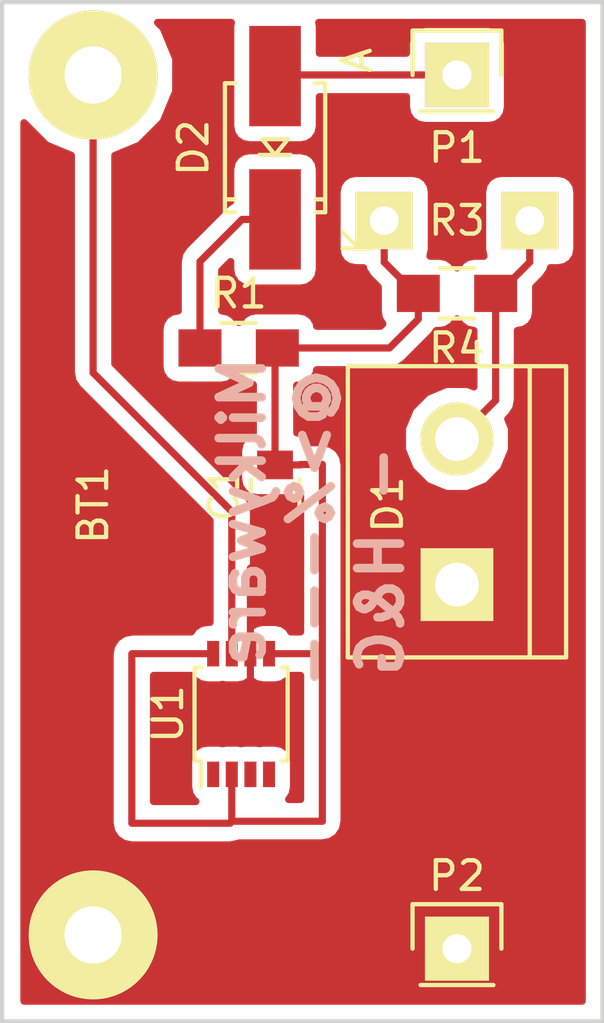
<source format=kicad_pcb>
(kicad_pcb (version 4) (host pcbnew 4.0.2-stable)

  (general
    (links 19)
    (no_connects 0)
    (area 154.229999 83.744999 175.335001 119.455001)
    (thickness 1.6)
    (drawings 7)
    (tracks 49)
    (zones 0)
    (modules 10)
    (nets 10)
  )

  (page A4)
  (layers
    (0 F.Cu signal)
    (31 B.Cu signal)
    (32 B.Adhes user)
    (33 F.Adhes user)
    (34 B.Paste user)
    (35 F.Paste user)
    (36 B.SilkS user)
    (37 F.SilkS user)
    (38 B.Mask user)
    (39 F.Mask user)
    (40 Dwgs.User user)
    (41 Cmts.User user)
    (42 Eco1.User user)
    (43 Eco2.User user)
    (44 Edge.Cuts user)
    (45 Margin user)
    (46 B.CrtYd user)
    (47 F.CrtYd user)
    (48 B.Fab user)
    (49 F.Fab user hide)
  )

  (setup
    (last_trace_width 0.25)
    (trace_clearance 0.2)
    (zone_clearance 0.508)
    (zone_45_only no)
    (trace_min 0.2)
    (segment_width 0.2)
    (edge_width 0.15)
    (via_size 0.6)
    (via_drill 0.4)
    (via_min_size 0.4)
    (via_min_drill 0.3)
    (uvia_size 0.3)
    (uvia_drill 0.1)
    (uvias_allowed no)
    (uvia_min_size 0.2)
    (uvia_min_drill 0.1)
    (pcb_text_width 0.3)
    (pcb_text_size 1.5 1.5)
    (mod_edge_width 0.15)
    (mod_text_size 1 1)
    (mod_text_width 0.15)
    (pad_size 1.524 1.524)
    (pad_drill 0.762)
    (pad_to_mask_clearance 0.2)
    (aux_axis_origin 0 0)
    (visible_elements FFFFFF7F)
    (pcbplotparams
      (layerselection 0x00030_80000001)
      (usegerberextensions false)
      (excludeedgelayer true)
      (linewidth 0.100000)
      (plotframeref false)
      (viasonmask false)
      (mode 1)
      (useauxorigin false)
      (hpglpennumber 1)
      (hpglpenspeed 20)
      (hpglpendiameter 15)
      (hpglpenoverlay 2)
      (psnegative false)
      (psa4output false)
      (plotreference true)
      (plotvalue true)
      (plotinvisibletext false)
      (padsonsilk false)
      (subtractmaskfromsilk false)
      (outputformat 1)
      (mirror false)
      (drillshape 1)
      (scaleselection 1)
      (outputdirectory ""))
  )

  (net 0 "")
  (net 1 "Net-(BT1-Pad1)")
  (net 2 GNDD)
  (net 3 /VCC_LINE)
  (net 4 "Net-(D1-Pad2)")
  (net 5 "Net-(D2-Pad1)")
  (net 6 +12V)
  (net 7 "Net-(U1-Pad1)")
  (net 8 "Net-(U1-Pad3)")
  (net 9 "Net-(U1-Pad4)")

  (net_class Default "This is the default net class."
    (clearance 0.2)
    (trace_width 0.25)
    (via_dia 0.6)
    (via_drill 0.4)
    (uvia_dia 0.3)
    (uvia_drill 0.1)
    (add_net +12V)
    (add_net /VCC_LINE)
    (add_net GNDD)
    (add_net "Net-(BT1-Pad1)")
    (add_net "Net-(D1-Pad2)")
    (add_net "Net-(D2-Pad1)")
    (add_net "Net-(U1-Pad1)")
    (add_net "Net-(U1-Pad3)")
    (add_net "Net-(U1-Pad4)")
  )

  (module Housings_SSOP:MSOP-8-1EP_3x3mm_Pitch0.65mm (layer F.Cu) (tedit 54130A77) (tstamp 576DA7C9)
    (at 162.645 108.655 90)
    (descr "MS8E Package; 8-Lead Plastic MSOP, Exposed Die Pad (see Linear Technology 05081662_K_MS8E.pdf)")
    (tags "SSOP 0.65")
    (path /573FCA5F)
    (attr smd)
    (fp_text reference U1 (at 0 -2.55 90) (layer F.SilkS)
      (effects (font (size 1 1) (thickness 0.15)))
    )
    (fp_text value LTC4071 (at 0 2.55 90) (layer F.Fab)
      (effects (font (size 1 1) (thickness 0.15)))
    )
    (fp_line (start -2.8 -1.8) (end -2.8 1.8) (layer F.CrtYd) (width 0.05))
    (fp_line (start 2.8 -1.8) (end 2.8 1.8) (layer F.CrtYd) (width 0.05))
    (fp_line (start -2.8 -1.8) (end 2.8 -1.8) (layer F.CrtYd) (width 0.05))
    (fp_line (start -2.8 1.8) (end 2.8 1.8) (layer F.CrtYd) (width 0.05))
    (fp_line (start -1.625 -1.625) (end -1.625 -1.41) (layer F.SilkS) (width 0.15))
    (fp_line (start 1.625 -1.625) (end 1.625 -1.41) (layer F.SilkS) (width 0.15))
    (fp_line (start 1.625 1.625) (end 1.625 1.41) (layer F.SilkS) (width 0.15))
    (fp_line (start -1.625 1.625) (end -1.625 1.41) (layer F.SilkS) (width 0.15))
    (fp_line (start -1.625 -1.625) (end 1.625 -1.625) (layer F.SilkS) (width 0.15))
    (fp_line (start -1.625 1.625) (end 1.625 1.625) (layer F.SilkS) (width 0.15))
    (fp_line (start -1.625 -1.41) (end -2.55 -1.41) (layer F.SilkS) (width 0.15))
    (pad 1 smd rect (at -2.105 -0.975 90) (size 0.89 0.42) (layers F.Cu F.Paste F.Mask)
      (net 7 "Net-(U1-Pad1)"))
    (pad 2 smd rect (at -2.105 -0.325 90) (size 0.89 0.42) (layers F.Cu F.Paste F.Mask)
      (net 3 /VCC_LINE))
    (pad 3 smd rect (at -2.105 0.325 90) (size 0.89 0.42) (layers F.Cu F.Paste F.Mask)
      (net 8 "Net-(U1-Pad3)"))
    (pad 4 smd rect (at -2.105 0.975 90) (size 0.89 0.42) (layers F.Cu F.Paste F.Mask)
      (net 9 "Net-(U1-Pad4)"))
    (pad 5 smd rect (at 2.105 0.975 90) (size 0.89 0.42) (layers F.Cu F.Paste F.Mask)
      (net 3 /VCC_LINE))
    (pad 6 smd rect (at 2.105 0.325 90) (size 0.89 0.42) (layers F.Cu F.Paste F.Mask)
      (net 2 GNDD))
    (pad 7 smd rect (at 2.105 -0.325 90) (size 0.89 0.42) (layers F.Cu F.Paste F.Mask)
      (net 1 "Net-(BT1-Pad1)"))
    (pad 8 smd rect (at 2.105 -0.975 90) (size 0.89 0.42) (layers F.Cu F.Paste F.Mask)
      (net 3 /VCC_LINE))
    (pad 9 smd rect (at 0.42 0.47 90) (size 0.84 0.94) (layers F.Cu F.Paste F.Mask)
      (net 2 GNDD) (solder_paste_margin_ratio -0.2))
    (pad 9 smd rect (at 0.42 -0.47 90) (size 0.84 0.94) (layers F.Cu F.Paste F.Mask)
      (net 2 GNDD) (solder_paste_margin_ratio -0.2))
    (pad 9 smd rect (at -0.42 0.47 90) (size 0.84 0.94) (layers F.Cu F.Paste F.Mask)
      (net 2 GNDD) (solder_paste_margin_ratio -0.2))
    (pad 9 smd rect (at -0.42 -0.47 90) (size 0.84 0.94) (layers F.Cu F.Paste F.Mask)
      (net 2 GNDD) (solder_paste_margin_ratio -0.2))
    (model Housings_SSOP.3dshapes/MSOP-8-1EP_3x3mm_Pitch0.65mm.wrl
      (at (xyz 0 0 0))
      (scale (xyz 1 1 1))
      (rotate (xyz 0 0 0))
    )
  )

  (module Capacitors_SMD:C_0805 (layer F.Cu) (tedit 5415D6EA) (tstamp 576DA797)
    (at 163.83 100.965 90)
    (descr "Capacitor SMD 0805, reflow soldering, AVX (see smccp.pdf)")
    (tags "capacitor 0805")
    (path /573FD55C)
    (attr smd)
    (fp_text reference C1 (at 0 -1.778 90) (layer F.SilkS)
      (effects (font (size 1 1) (thickness 0.15)))
    )
    (fp_text value C (at 0 2.1 90) (layer F.Fab)
      (effects (font (size 1 1) (thickness 0.15)))
    )
    (fp_line (start -1.8 -1) (end 1.8 -1) (layer F.CrtYd) (width 0.05))
    (fp_line (start -1.8 1) (end 1.8 1) (layer F.CrtYd) (width 0.05))
    (fp_line (start -1.8 -1) (end -1.8 1) (layer F.CrtYd) (width 0.05))
    (fp_line (start 1.8 -1) (end 1.8 1) (layer F.CrtYd) (width 0.05))
    (fp_line (start 0.5 -0.85) (end -0.5 -0.85) (layer F.SilkS) (width 0.15))
    (fp_line (start -0.5 0.85) (end 0.5 0.85) (layer F.SilkS) (width 0.15))
    (pad 1 smd rect (at -1 0 90) (size 1 1.25) (layers F.Cu F.Paste F.Mask)
      (net 2 GNDD))
    (pad 2 smd rect (at 1 0 90) (size 1 1.25) (layers F.Cu F.Paste F.Mask)
      (net 3 /VCC_LINE))
    (model Capacitors_SMD.3dshapes/C_0805.wrl
      (at (xyz 0 0 0))
      (scale (xyz 1 1 1))
      (rotate (xyz 0 0 0))
    )
  )

  (module Wire_Pads_:SolderWirePad_2x_2mmDrill_30mmWide (layer F.Cu) (tedit 574F4CDA) (tstamp 576DA791)
    (at 157.48 101.36 270)
    (path /574DC19B)
    (fp_text reference BT1 (at 0 0 270) (layer F.SilkS)
      (effects (font (size 1 1) (thickness 0.15)))
    )
    (fp_text value Battery (at 0 2.54 270) (layer F.Fab)
      (effects (font (size 1 1) (thickness 0.15)))
    )
    (pad 1 thru_hole circle (at -15 0 270) (size 4.50088 4.50088) (drill 1.99898) (layers *.Cu *.Mask F.SilkS)
      (net 1 "Net-(BT1-Pad1)"))
    (pad 2 thru_hole circle (at 15 0 270) (size 4.50088 4.50088) (drill 1.99898) (layers *.Cu *.Mask F.SilkS)
      (net 2 GNDD))
  )

  (module Connect:bornier2 (layer F.Cu) (tedit 0) (tstamp 576DA79D)
    (at 170.18 101.6 90)
    (descr "Bornier d'alimentation 2 pins")
    (tags DEV)
    (path /574DC322)
    (fp_text reference D1 (at 0.254 -2.413 90) (layer F.SilkS)
      (effects (font (size 1 1) (thickness 0.15)))
    )
    (fp_text value LED (at 0 5.08 90) (layer F.Fab)
      (effects (font (size 1 1) (thickness 0.15)))
    )
    (fp_line (start 5.08 2.54) (end -5.08 2.54) (layer F.SilkS) (width 0.15))
    (fp_line (start 5.08 3.81) (end 5.08 -3.81) (layer F.SilkS) (width 0.15))
    (fp_line (start 5.08 -3.81) (end -5.08 -3.81) (layer F.SilkS) (width 0.15))
    (fp_line (start -5.08 -3.81) (end -5.08 3.81) (layer F.SilkS) (width 0.15))
    (fp_line (start -5.08 3.81) (end 5.08 3.81) (layer F.SilkS) (width 0.15))
    (pad 1 thru_hole rect (at -2.54 0 90) (size 2.54 2.54) (drill 1.524) (layers *.Cu *.Mask F.SilkS)
      (net 2 GNDD))
    (pad 2 thru_hole circle (at 2.54 0 90) (size 2.54 2.54) (drill 1.524) (layers *.Cu *.Mask F.SilkS)
      (net 4 "Net-(D1-Pad2)"))
    (model Connect.3dshapes/bornier2.wrl
      (at (xyz 0 0 0))
      (scale (xyz 1 1 1))
      (rotate (xyz 0 0 0))
    )
  )

  (module Diodes_SMD:SMA_Handsoldering (layer F.Cu) (tedit 552FF1AB) (tstamp 576DA7A3)
    (at 163.83 88.9 90)
    (descr "Diode SMA Handsoldering")
    (tags "Diode SMA Handsoldering")
    (path /5755AC23)
    (attr smd)
    (fp_text reference D2 (at 0 -2.85 90) (layer F.SilkS)
      (effects (font (size 1 1) (thickness 0.15)))
    )
    (fp_text value D (at 0.05 4.4 90) (layer F.Fab)
      (effects (font (size 1 1) (thickness 0.15)))
    )
    (fp_line (start -4.5 -2) (end 4.5 -2) (layer F.CrtYd) (width 0.05))
    (fp_line (start 4.5 -2) (end 4.5 2) (layer F.CrtYd) (width 0.05))
    (fp_line (start 4.5 2) (end -4.5 2) (layer F.CrtYd) (width 0.05))
    (fp_line (start -4.5 2) (end -4.5 -2) (layer F.CrtYd) (width 0.05))
    (fp_line (start -0.25 0) (end 0.3 -0.45) (layer F.SilkS) (width 0.15))
    (fp_line (start 0.3 -0.45) (end 0.3 0.45) (layer F.SilkS) (width 0.15))
    (fp_line (start 0.3 0.45) (end -0.25 0) (layer F.SilkS) (width 0.15))
    (fp_line (start -0.25 -0.55) (end -0.25 0.55) (layer F.SilkS) (width 0.15))
    (fp_text user K (at -3.25 2.9 90) (layer F.SilkS)
      (effects (font (size 1 1) (thickness 0.15)))
    )
    (fp_text user A (at 3.05 2.85 90) (layer F.SilkS)
      (effects (font (size 1 1) (thickness 0.15)))
    )
    (fp_line (start -1.79914 1.75006) (end -1.79914 1.39954) (layer F.SilkS) (width 0.15))
    (fp_line (start -1.79914 -1.75006) (end -1.79914 -1.39954) (layer F.SilkS) (width 0.15))
    (fp_line (start 2.25044 1.75006) (end 2.25044 1.39954) (layer F.SilkS) (width 0.15))
    (fp_line (start -2.25044 1.75006) (end -2.25044 1.39954) (layer F.SilkS) (width 0.15))
    (fp_line (start -2.25044 -1.75006) (end -2.25044 -1.39954) (layer F.SilkS) (width 0.15))
    (fp_line (start 2.25044 -1.75006) (end 2.25044 -1.39954) (layer F.SilkS) (width 0.15))
    (fp_line (start -2.25044 1.75006) (end 2.25044 1.75006) (layer F.SilkS) (width 0.15))
    (fp_line (start -2.25044 -1.75006) (end 2.25044 -1.75006) (layer F.SilkS) (width 0.15))
    (pad 1 smd rect (at -2.49936 0 90) (size 3.50012 1.80086) (layers F.Cu F.Paste F.Mask)
      (net 5 "Net-(D2-Pad1)"))
    (pad 2 smd rect (at 2.49936 0 90) (size 3.50012 1.80086) (layers F.Cu F.Paste F.Mask)
      (net 6 +12V))
    (model Diodes_SMD.3dshapes/SMA_Handsoldering.wrl
      (at (xyz 0 0 0))
      (scale (xyz 0.3937 0.3937 0.3937))
      (rotate (xyz 0 0 180))
    )
  )

  (module Pin_Headers:Pin_Header_Straight_1x01 (layer F.Cu) (tedit 54EA08DC) (tstamp 576DA7A8)
    (at 170.18 86.36)
    (descr "Through hole pin header")
    (tags "pin header")
    (path /5755DD48)
    (fp_text reference P1 (at 0 2.54) (layer F.SilkS)
      (effects (font (size 1 1) (thickness 0.15)))
    )
    (fp_text value CONN_01X01 (at 0 -3.1) (layer F.Fab)
      (effects (font (size 1 1) (thickness 0.15)))
    )
    (fp_line (start 1.55 -1.55) (end 1.55 0) (layer F.SilkS) (width 0.15))
    (fp_line (start -1.75 -1.75) (end -1.75 1.75) (layer F.CrtYd) (width 0.05))
    (fp_line (start 1.75 -1.75) (end 1.75 1.75) (layer F.CrtYd) (width 0.05))
    (fp_line (start -1.75 -1.75) (end 1.75 -1.75) (layer F.CrtYd) (width 0.05))
    (fp_line (start -1.75 1.75) (end 1.75 1.75) (layer F.CrtYd) (width 0.05))
    (fp_line (start -1.55 0) (end -1.55 -1.55) (layer F.SilkS) (width 0.15))
    (fp_line (start -1.55 -1.55) (end 1.55 -1.55) (layer F.SilkS) (width 0.15))
    (fp_line (start -1.27 1.27) (end 1.27 1.27) (layer F.SilkS) (width 0.15))
    (pad 1 thru_hole rect (at 0 0) (size 2.2352 2.2352) (drill 1.016) (layers *.Cu *.Mask F.SilkS)
      (net 6 +12V))
    (model Pin_Headers.3dshapes/Pin_Header_Straight_1x01.wrl
      (at (xyz 0 0 0))
      (scale (xyz 1 1 1))
      (rotate (xyz 0 0 90))
    )
  )

  (module Pin_Headers:Pin_Header_Straight_1x01 (layer F.Cu) (tedit 54EA08DC) (tstamp 576DA7AD)
    (at 170.18 116.84)
    (descr "Through hole pin header")
    (tags "pin header")
    (path /5755DDB8)
    (fp_text reference P2 (at 0 -2.54) (layer F.SilkS)
      (effects (font (size 1 1) (thickness 0.15)))
    )
    (fp_text value CONN_01X01 (at 0 -3.1) (layer F.Fab)
      (effects (font (size 1 1) (thickness 0.15)))
    )
    (fp_line (start 1.55 -1.55) (end 1.55 0) (layer F.SilkS) (width 0.15))
    (fp_line (start -1.75 -1.75) (end -1.75 1.75) (layer F.CrtYd) (width 0.05))
    (fp_line (start 1.75 -1.75) (end 1.75 1.75) (layer F.CrtYd) (width 0.05))
    (fp_line (start -1.75 -1.75) (end 1.75 -1.75) (layer F.CrtYd) (width 0.05))
    (fp_line (start -1.75 1.75) (end 1.75 1.75) (layer F.CrtYd) (width 0.05))
    (fp_line (start -1.55 0) (end -1.55 -1.55) (layer F.SilkS) (width 0.15))
    (fp_line (start -1.55 -1.55) (end 1.55 -1.55) (layer F.SilkS) (width 0.15))
    (fp_line (start -1.27 1.27) (end 1.27 1.27) (layer F.SilkS) (width 0.15))
    (pad 1 thru_hole rect (at 0 0) (size 2.2352 2.2352) (drill 1.016) (layers *.Cu *.Mask F.SilkS)
      (net 2 GNDD))
    (model Pin_Headers.3dshapes/Pin_Header_Straight_1x01.wrl
      (at (xyz 0 0 0))
      (scale (xyz 1 1 1))
      (rotate (xyz 0 0 90))
    )
  )

  (module Oddities:NetTie-I (layer F.Cu) (tedit 0) (tstamp 576DA7B3)
    (at 170.18 91.44)
    (descr "Just a \"Net tie\" as an more or less elegant way to connect two different nets without disturbing ERC and DRC. Make connection between 1 and 2 by yourself.")
    (tags "Just a \"Net tie\" as an more or less elegant way to connect two different nets without disturbing ERC and DRC. Make connection between 1 and 2 by yourself.")
    (path /5742439B)
    (fp_text reference R3 (at 0 0) (layer F.SilkS)
      (effects (font (size 1 1) (thickness 0.15)))
    )
    (fp_text value Photores (at 0 -3.048) (layer F.Fab)
      (effects (font (size 1 1) (thickness 0.15)))
    )
    (pad 1 thru_hole rect (at -2.54 0) (size 1.99898 1.99898) (drill 1.00076) (layers *.Cu *.Mask F.SilkS)
      (net 3 /VCC_LINE))
    (pad 2 thru_hole rect (at 2.54 0) (size 1.99898 1.99898) (drill 1.00076) (layers *.Cu *.Mask F.SilkS)
      (net 4 "Net-(D1-Pad2)"))
  )

  (module Resistors_SMD:R_0805_HandSoldering (layer F.Cu) (tedit 54189DEE) (tstamp 576DA7B9)
    (at 170.18 93.98 180)
    (descr "Resistor SMD 0805, hand soldering")
    (tags "resistor 0805")
    (path /5755F03F)
    (attr smd)
    (fp_text reference R4 (at 0 -1.905 180) (layer F.SilkS)
      (effects (font (size 1 1) (thickness 0.15)))
    )
    (fp_text value R (at 0 2.1 180) (layer F.Fab)
      (effects (font (size 1 1) (thickness 0.15)))
    )
    (fp_line (start -2.4 -1) (end 2.4 -1) (layer F.CrtYd) (width 0.05))
    (fp_line (start -2.4 1) (end 2.4 1) (layer F.CrtYd) (width 0.05))
    (fp_line (start -2.4 -1) (end -2.4 1) (layer F.CrtYd) (width 0.05))
    (fp_line (start 2.4 -1) (end 2.4 1) (layer F.CrtYd) (width 0.05))
    (fp_line (start 0.6 0.875) (end -0.6 0.875) (layer F.SilkS) (width 0.15))
    (fp_line (start -0.6 -0.875) (end 0.6 -0.875) (layer F.SilkS) (width 0.15))
    (pad 1 smd rect (at -1.35 0 180) (size 1.5 1.3) (layers F.Cu F.Paste F.Mask)
      (net 4 "Net-(D1-Pad2)"))
    (pad 2 smd rect (at 1.35 0 180) (size 1.5 1.3) (layers F.Cu F.Paste F.Mask)
      (net 3 /VCC_LINE))
    (model Resistors_SMD.3dshapes/R_0805_HandSoldering.wrl
      (at (xyz 0 0 0))
      (scale (xyz 1 1 1))
      (rotate (xyz 0 0 0))
    )
  )

  (module Resistors_SMD:R_0805_HandSoldering (layer F.Cu) (tedit 54189DEE) (tstamp 576DCCCB)
    (at 162.56 95.885 180)
    (descr "Resistor SMD 0805, hand soldering")
    (tags "resistor 0805")
    (path /576DA8EA)
    (attr smd)
    (fp_text reference R1 (at 0 1.905 180) (layer F.SilkS)
      (effects (font (size 1 1) (thickness 0.15)))
    )
    (fp_text value R (at 0 2.1 180) (layer F.Fab)
      (effects (font (size 1 1) (thickness 0.15)))
    )
    (fp_line (start -2.4 -1) (end 2.4 -1) (layer F.CrtYd) (width 0.05))
    (fp_line (start -2.4 1) (end 2.4 1) (layer F.CrtYd) (width 0.05))
    (fp_line (start -2.4 -1) (end -2.4 1) (layer F.CrtYd) (width 0.05))
    (fp_line (start 2.4 -1) (end 2.4 1) (layer F.CrtYd) (width 0.05))
    (fp_line (start 0.6 0.875) (end -0.6 0.875) (layer F.SilkS) (width 0.15))
    (fp_line (start -0.6 -0.875) (end 0.6 -0.875) (layer F.SilkS) (width 0.15))
    (pad 1 smd rect (at -1.35 0 180) (size 1.5 1.3) (layers F.Cu F.Paste F.Mask)
      (net 3 /VCC_LINE))
    (pad 2 smd rect (at 1.35 0 180) (size 1.5 1.3) (layers F.Cu F.Paste F.Mask)
      (net 5 "Net-(D2-Pad1)"))
    (model Resistors_SMD.3dshapes/R_0805_HandSoldering.wrl
      (at (xyz 0 0 0))
      (scale (xyz 1 1 1))
      (rotate (xyz 0 0 0))
    )
  )

  (gr_text "Milkyware\n @>%---\n   - H&G" (at 165.1 101.6 90) (layer B.SilkS)
    (effects (font (size 1.5 1.5) (thickness 0.3)) (justify mirror))
  )
  (gr_line (start 154.305 119.38) (end 154.94 119.38) (layer Edge.Cuts) (width 0.15))
  (gr_line (start 154.305 83.82) (end 154.305 119.38) (layer Edge.Cuts) (width 0.15))
  (gr_line (start 154.94 83.82) (end 154.305 83.82) (layer Edge.Cuts) (width 0.15))
  (gr_line (start 154.94 119.38) (end 175.26 119.38) (layer Edge.Cuts) (width 0.15))
  (gr_line (start 175.26 83.82) (end 154.94 83.82) (layer Edge.Cuts) (width 0.15))
  (gr_line (start 175.26 119.38) (end 175.26 83.82) (layer Edge.Cuts) (width 0.15))

  (segment (start 162.32 106.55) (end 162.32 101.589998) (width 0.25) (layer F.Cu) (net 1))
  (segment (start 162.32 101.589998) (end 157.48 96.749998) (width 0.25) (layer F.Cu) (net 1))
  (segment (start 157.48 96.749998) (end 157.48 86.6) (width 0.25) (layer F.Cu) (net 1))
  (segment (start 162.32 106.55) (end 162.32 106.246) (width 0.25) (layer F.Cu) (net 1))
  (segment (start 162.32 106.246) (end 162.324 106.242) (width 0.25) (layer F.Cu) (net 1))
  (segment (start 163.83 101.965) (end 163.83 102.715) (width 0.25) (layer F.Cu) (net 2))
  (segment (start 163.83 102.715) (end 162.97 103.575) (width 0.25) (layer F.Cu) (net 2))
  (segment (start 162.97 103.575) (end 162.97 105.855) (width 0.25) (layer F.Cu) (net 2))
  (segment (start 162.97 105.855) (end 162.97 106.55) (width 0.25) (layer F.Cu) (net 2))
  (segment (start 163.115 109.075) (end 163.115 108.235) (width 0.25) (layer F.Cu) (net 2))
  (segment (start 162.175 108.235) (end 162.175 109.075) (width 0.25) (layer F.Cu) (net 2))
  (segment (start 162.175 109.075) (end 163.115 109.075) (width 0.25) (layer F.Cu) (net 2))
  (segment (start 163.115 108.235) (end 162.175 108.235) (width 0.25) (layer F.Cu) (net 2))
  (segment (start 163.115 108.235) (end 162.97 108.09) (width 0.25) (layer F.Cu) (net 2))
  (segment (start 162.97 108.09) (end 162.97 106.55) (width 0.25) (layer F.Cu) (net 2))
  (segment (start 163.91 95.885) (end 167.825 95.885) (width 0.25) (layer F.Cu) (net 3))
  (segment (start 167.825 95.885) (end 168.83 94.88) (width 0.25) (layer F.Cu) (net 3))
  (segment (start 168.83 94.88) (end 168.83 93.98) (width 0.25) (layer F.Cu) (net 3))
  (segment (start 165.481 112.395) (end 162.3305 112.395) (width 0.25) (layer F.Cu) (net 3))
  (segment (start 162.3305 112.395) (end 162.32 112.4055) (width 0.25) (layer F.Cu) (net 3))
  (segment (start 165.481 106.553) (end 165.481 112.395) (width 0.25) (layer F.Cu) (net 3))
  (segment (start 165.481 106.553) (end 165.478 106.55) (width 0.25) (layer F.Cu) (net 3))
  (segment (start 165.478 106.55) (end 163.62 106.55) (width 0.25) (layer F.Cu) (net 3))
  (segment (start 165.481 99.949) (end 165.481 106.553) (width 0.25) (layer F.Cu) (net 3))
  (segment (start 164.721 99.949) (end 165.481 99.949) (width 0.25) (layer F.Cu) (net 3))
  (segment (start 163.83 99.965) (end 164.705 99.965) (width 0.25) (layer F.Cu) (net 3))
  (segment (start 164.705 99.965) (end 164.721 99.949) (width 0.25) (layer F.Cu) (net 3))
  (segment (start 163.83 99.965) (end 163.83 95.965) (width 0.25) (layer F.Cu) (net 3))
  (segment (start 163.83 95.965) (end 163.91 95.885) (width 0.25) (layer F.Cu) (net 3))
  (segment (start 161.67 106.55) (end 158.841 106.55) (width 0.25) (layer F.Cu) (net 3))
  (segment (start 158.841 106.55) (end 158.8315 106.5595) (width 0.25) (layer F.Cu) (net 3))
  (segment (start 162.2605 112.465) (end 162.32 112.4055) (width 0.25) (layer F.Cu) (net 3))
  (segment (start 162.32 112.4055) (end 162.32 110.76) (width 0.25) (layer F.Cu) (net 3))
  (segment (start 158.8315 112.465) (end 162.2605 112.465) (width 0.25) (layer F.Cu) (net 3))
  (segment (start 158.8315 106.5595) (end 158.8315 112.465) (width 0.25) (layer F.Cu) (net 3))
  (segment (start 163.62 106.55) (end 163.62 106.315) (width 0.25) (layer F.Cu) (net 3))
  (segment (start 167.64 91.44) (end 167.64 92.89) (width 0.25) (layer F.Cu) (net 3))
  (segment (start 167.64 92.89) (end 168.73 93.98) (width 0.25) (layer F.Cu) (net 3))
  (segment (start 168.73 93.98) (end 168.83 93.98) (width 0.25) (layer F.Cu) (net 3))
  (segment (start 171.53 93.98) (end 171.53 97.71) (width 0.25) (layer F.Cu) (net 4))
  (segment (start 171.53 97.71) (end 170.18 99.06) (width 0.25) (layer F.Cu) (net 4))
  (segment (start 172.72 91.44) (end 172.72 92.89) (width 0.25) (layer F.Cu) (net 4))
  (segment (start 172.72 92.89) (end 171.63 93.98) (width 0.25) (layer F.Cu) (net 4))
  (segment (start 171.63 93.98) (end 171.53 93.98) (width 0.25) (layer F.Cu) (net 4))
  (segment (start 163.83 91.39936) (end 162.67957 91.39936) (width 0.25) (layer F.Cu) (net 5))
  (segment (start 162.67957 91.39936) (end 161.21 92.86893) (width 0.25) (layer F.Cu) (net 5))
  (segment (start 161.21 92.86893) (end 161.21 95.25) (width 0.25) (layer F.Cu) (net 5))
  (segment (start 170.18 86.36) (end 163.87064 86.36) (width 0.25) (layer F.Cu) (net 6))
  (segment (start 163.87064 86.36) (end 163.83 86.40064) (width 0.25) (layer F.Cu) (net 6))

  (zone (net 2) (net_name GNDD) (layer F.Cu) (tstamp 0) (hatch edge 0.508)
    (connect_pads yes (clearance 0.508))
    (min_thickness 0.254)
    (fill yes (arc_segments 16) (thermal_gap 0.508) (thermal_bridge_width 0.508))
    (polygon
      (pts
        (xy 175.26 119.38) (xy 175.26 83.82) (xy 154.94 83.82) (xy 154.94 119.38)
      )
    )
    (filled_polygon
      (pts
        (xy 162.28213 84.65058) (xy 162.28213 88.1507) (xy 162.326408 88.386017) (xy 162.46548 88.602141) (xy 162.67768 88.747131)
        (xy 162.92957 88.79814) (xy 164.73043 88.79814) (xy 164.965747 88.753862) (xy 165.181871 88.61479) (xy 165.326861 88.40259)
        (xy 165.37787 88.1507) (xy 165.37787 87.12) (xy 168.41496 87.12) (xy 168.41496 87.4776) (xy 168.459238 87.712917)
        (xy 168.59831 87.929041) (xy 168.81051 88.074031) (xy 169.0624 88.12504) (xy 171.2976 88.12504) (xy 171.532917 88.080762)
        (xy 171.749041 87.94169) (xy 171.894031 87.72949) (xy 171.94504 87.4776) (xy 171.94504 85.2424) (xy 171.900762 85.007083)
        (xy 171.76169 84.790959) (xy 171.54949 84.645969) (xy 171.2976 84.59496) (xy 169.0624 84.59496) (xy 168.827083 84.639238)
        (xy 168.610959 84.77831) (xy 168.465969 84.99051) (xy 168.41496 85.2424) (xy 168.41496 85.6) (xy 165.37787 85.6)
        (xy 165.37787 84.65058) (xy 165.355181 84.53) (xy 174.55 84.53) (xy 174.55 118.67) (xy 155.067 118.67)
        (xy 155.067 88.026978) (xy 155.843396 88.804731) (xy 156.72 89.168728) (xy 156.72 96.749998) (xy 156.777852 97.040837)
        (xy 156.942599 97.287399) (xy 161.56 101.9048) (xy 161.56 105.45756) (xy 161.46 105.45756) (xy 161.224683 105.501838)
        (xy 161.008559 105.64091) (xy 160.90669 105.79) (xy 158.841 105.79) (xy 158.550161 105.847852) (xy 158.303599 106.012599)
        (xy 158.294099 106.022099) (xy 158.129352 106.268661) (xy 158.0715 106.5595) (xy 158.0715 112.465) (xy 158.129352 112.755839)
        (xy 158.294099 113.002401) (xy 158.540661 113.167148) (xy 158.8315 113.225) (xy 162.2605 113.225) (xy 162.551339 113.167148)
        (xy 162.56952 113.155) (xy 165.481 113.155) (xy 165.771839 113.097148) (xy 166.018401 112.932401) (xy 166.183148 112.685839)
        (xy 166.241 112.395) (xy 166.241 99.949) (xy 166.183148 99.658161) (xy 166.018401 99.411599) (xy 165.771839 99.246852)
        (xy 165.481 99.189) (xy 165.031983 99.189) (xy 164.91909 99.013559) (xy 164.70689 98.868569) (xy 164.59 98.844898)
        (xy 164.59 97.18244) (xy 164.66 97.18244) (xy 164.895317 97.138162) (xy 165.111441 96.99909) (xy 165.256431 96.78689)
        (xy 165.285164 96.645) (xy 167.825 96.645) (xy 168.115839 96.587148) (xy 168.362401 96.422401) (xy 169.367401 95.417401)
        (xy 169.46092 95.27744) (xy 169.58 95.27744) (xy 169.815317 95.233162) (xy 170.031441 95.09409) (xy 170.176431 94.88189)
        (xy 170.179081 94.868803) (xy 170.31591 95.081441) (xy 170.52811 95.226431) (xy 170.77 95.275415) (xy 170.77 97.242286)
        (xy 170.56059 97.155332) (xy 169.802735 97.15467) (xy 169.102314 97.444078) (xy 168.565961 97.979495) (xy 168.275332 98.67941)
        (xy 168.27467 99.437265) (xy 168.564078 100.137686) (xy 169.099495 100.674039) (xy 169.79941 100.964668) (xy 170.557265 100.96533)
        (xy 171.257686 100.675922) (xy 171.794039 100.140505) (xy 172.084668 99.44059) (xy 172.08533 98.682735) (xy 171.952804 98.361998)
        (xy 172.067401 98.247401) (xy 172.232148 98.00084) (xy 172.29 97.71) (xy 172.29 95.275558) (xy 172.515317 95.233162)
        (xy 172.731441 95.09409) (xy 172.876431 94.88189) (xy 172.92744 94.63) (xy 172.92744 93.757362) (xy 173.257401 93.427401)
        (xy 173.422148 93.180839) (xy 173.440828 93.08693) (xy 173.71949 93.08693) (xy 173.954807 93.042652) (xy 174.170931 92.90358)
        (xy 174.315921 92.69138) (xy 174.36693 92.43949) (xy 174.36693 90.44051) (xy 174.322652 90.205193) (xy 174.18358 89.989069)
        (xy 173.97138 89.844079) (xy 173.71949 89.79307) (xy 171.72051 89.79307) (xy 171.485193 89.837348) (xy 171.269069 89.97642)
        (xy 171.124079 90.18862) (xy 171.07307 90.44051) (xy 171.07307 92.43949) (xy 171.117348 92.674807) (xy 171.122337 92.68256)
        (xy 170.78 92.68256) (xy 170.544683 92.726838) (xy 170.328559 92.86591) (xy 170.183569 93.07811) (xy 170.180919 93.091197)
        (xy 170.04409 92.878559) (xy 169.83189 92.733569) (xy 169.58 92.68256) (xy 169.237707 92.68256) (xy 169.28693 92.43949)
        (xy 169.28693 90.44051) (xy 169.242652 90.205193) (xy 169.10358 89.989069) (xy 168.89138 89.844079) (xy 168.63949 89.79307)
        (xy 166.64051 89.79307) (xy 166.405193 89.837348) (xy 166.189069 89.97642) (xy 166.044079 90.18862) (xy 165.99307 90.44051)
        (xy 165.99307 92.43949) (xy 166.037348 92.674807) (xy 166.17642 92.890931) (xy 166.38862 93.035921) (xy 166.64051 93.08693)
        (xy 166.919172 93.08693) (xy 166.937852 93.180839) (xy 167.102599 93.427401) (xy 167.43256 93.757362) (xy 167.43256 94.63)
        (xy 167.476838 94.865317) (xy 167.591575 95.043623) (xy 167.510198 95.125) (xy 165.286742 95.125) (xy 165.263162 94.999683)
        (xy 165.12409 94.783559) (xy 164.91189 94.638569) (xy 164.66 94.58756) (xy 163.16 94.58756) (xy 162.924683 94.631838)
        (xy 162.708559 94.77091) (xy 162.563569 94.98311) (xy 162.560919 94.996197) (xy 162.42409 94.783559) (xy 162.21189 94.638569)
        (xy 161.97 94.589585) (xy 161.97 93.183732) (xy 162.28213 92.871602) (xy 162.28213 93.14942) (xy 162.326408 93.384737)
        (xy 162.46548 93.600861) (xy 162.67768 93.745851) (xy 162.92957 93.79686) (xy 164.73043 93.79686) (xy 164.965747 93.752582)
        (xy 165.181871 93.61351) (xy 165.326861 93.40131) (xy 165.37787 93.14942) (xy 165.37787 89.6493) (xy 165.333592 89.413983)
        (xy 165.19452 89.197859) (xy 164.98232 89.052869) (xy 164.73043 89.00186) (xy 162.92957 89.00186) (xy 162.694253 89.046138)
        (xy 162.478129 89.18521) (xy 162.333139 89.39741) (xy 162.28213 89.6493) (xy 162.28213 90.76844) (xy 162.142169 90.861959)
        (xy 160.672599 92.331529) (xy 160.507852 92.578091) (xy 160.45 92.86893) (xy 160.45 94.589442) (xy 160.224683 94.631838)
        (xy 160.008559 94.77091) (xy 159.863569 94.98311) (xy 159.81256 95.235) (xy 159.81256 96.535) (xy 159.856838 96.770317)
        (xy 159.99591 96.986441) (xy 160.20811 97.131431) (xy 160.46 97.18244) (xy 161.96 97.18244) (xy 162.195317 97.138162)
        (xy 162.411441 96.99909) (xy 162.556431 96.78689) (xy 162.559081 96.773803) (xy 162.69591 96.986441) (xy 162.90811 97.131431)
        (xy 163.07 97.164215) (xy 163.07 98.842962) (xy 162.969683 98.861838) (xy 162.753559 99.00091) (xy 162.608569 99.21311)
        (xy 162.55756 99.465) (xy 162.55756 100.465) (xy 162.601838 100.700317) (xy 162.74091 100.916441) (xy 162.95311 101.061431)
        (xy 163.205 101.11244) (xy 164.455 101.11244) (xy 164.690317 101.068162) (xy 164.721 101.048418) (xy 164.721 105.79)
        (xy 164.381887 105.79) (xy 164.29409 105.653559) (xy 164.08189 105.508569) (xy 163.83 105.45756) (xy 163.41 105.45756)
        (xy 163.174683 105.501838) (xy 163.08 105.562765) (xy 163.08 101.589998) (xy 163.022148 101.299159) (xy 162.857401 101.052597)
        (xy 158.24 96.435196) (xy 158.24 89.168025) (xy 159.112335 88.807583) (xy 159.924731 87.996604) (xy 160.364938 86.936467)
        (xy 160.36594 85.788569) (xy 159.927583 84.727665) (xy 159.730263 84.53) (xy 162.306548 84.53)
      )
    )
    (filled_polygon
      (pts
        (xy 160.99591 107.446441) (xy 161.20811 107.591431) (xy 161.46 107.64244) (xy 161.88 107.64244) (xy 161.999222 107.620007)
        (xy 162.11 107.64244) (xy 162.53 107.64244) (xy 162.765317 107.598162) (xy 162.972677 107.46473) (xy 163.15811 107.591431)
        (xy 163.41 107.64244) (xy 163.83 107.64244) (xy 164.065317 107.598162) (xy 164.281441 107.45909) (xy 164.38331 107.31)
        (xy 164.721 107.31) (xy 164.721 111.635) (xy 164.304734 111.635) (xy 164.426431 111.45689) (xy 164.47744 111.205)
        (xy 164.47744 110.315) (xy 164.433162 110.079683) (xy 164.29409 109.863559) (xy 164.08189 109.718569) (xy 163.83 109.66756)
        (xy 163.41 109.66756) (xy 163.290778 109.689993) (xy 163.18 109.66756) (xy 162.76 109.66756) (xy 162.640778 109.689993)
        (xy 162.53 109.66756) (xy 162.11 109.66756) (xy 161.990778 109.689993) (xy 161.88 109.66756) (xy 161.46 109.66756)
        (xy 161.224683 109.711838) (xy 161.008559 109.85091) (xy 160.863569 110.06311) (xy 160.81256 110.315) (xy 160.81256 111.205)
        (xy 160.856838 111.440317) (xy 160.99591 111.656441) (xy 161.066978 111.705) (xy 159.5915 111.705) (xy 159.5915 107.31)
        (xy 160.908113 107.31)
      )
    )
  )
)

</source>
